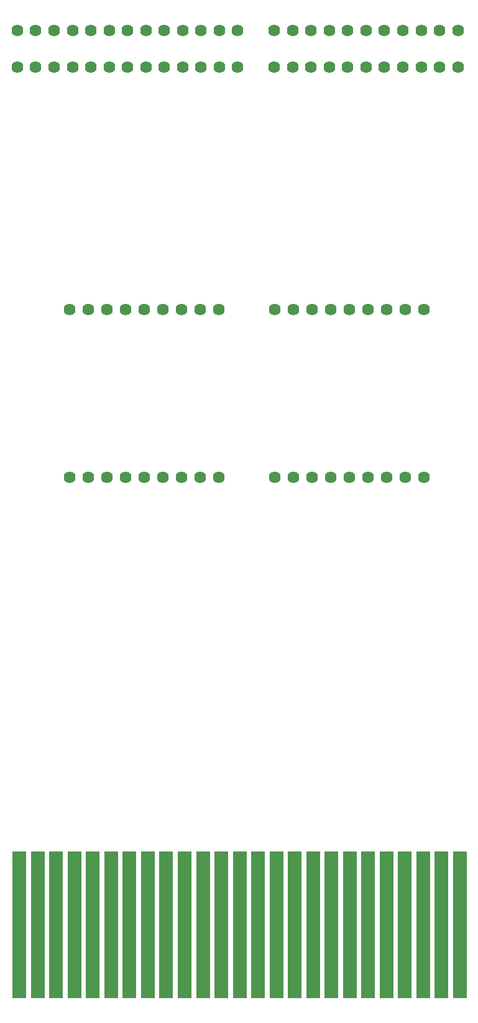
<source format=gbr>
%TF.GenerationSoftware,KiCad,Pcbnew,5.1.6*%
%TF.CreationDate,2020-09-02T19:31:06-05:00*%
%TF.ProjectId,n64_gamecat,6e36345f-6761-46d6-9563-61742e6b6963,rev?*%
%TF.SameCoordinates,Original*%
%TF.FileFunction,Soldermask,Bot*%
%TF.FilePolarity,Negative*%
%FSLAX46Y46*%
G04 Gerber Fmt 4.6, Leading zero omitted, Abs format (unit mm)*
G04 Created by KiCad (PCBNEW 5.1.6) date 2020-09-02 19:31:06*
%MOMM*%
%LPD*%
G01*
G04 APERTURE LIST*
%ADD10C,1.624000*%
%ADD11R,1.900000X20.100000*%
G04 APERTURE END LIST*
D10*
%TO.C,REF\u002A\u002A*%
X109740000Y-45760000D03*
X109740000Y-50760000D03*
X112240000Y-45760000D03*
X114740000Y-45760000D03*
X117240000Y-45760000D03*
X119740000Y-45760000D03*
X122240000Y-45760000D03*
X124740000Y-45760000D03*
X127240000Y-45760000D03*
X129740000Y-45760000D03*
X132240000Y-45760000D03*
X134740000Y-45760000D03*
X137240000Y-45760000D03*
X139740000Y-45760000D03*
X144740000Y-45760000D03*
X147240000Y-45760000D03*
X149740000Y-45760000D03*
X152240000Y-45760000D03*
X154740000Y-45760000D03*
X157240000Y-45760000D03*
X159740000Y-45760000D03*
X162240000Y-45760000D03*
X164740000Y-45760000D03*
X167240000Y-45760000D03*
X169740000Y-45760000D03*
X169740000Y-50760000D03*
X167240000Y-50760000D03*
X164740000Y-50760000D03*
X162240000Y-50760000D03*
X159740000Y-50760000D03*
X157240000Y-50760000D03*
X154740000Y-50760000D03*
X152240000Y-50760000D03*
X149740000Y-50760000D03*
X147240000Y-50760000D03*
X144740000Y-50760000D03*
X139740000Y-50760000D03*
X137240000Y-50760000D03*
X137240000Y-50760000D03*
X134740000Y-50760000D03*
X132240000Y-50760000D03*
X129740000Y-50760000D03*
X127240000Y-50760000D03*
X124740000Y-50760000D03*
X122240000Y-50760000D03*
X119740000Y-50760000D03*
X117240000Y-50760000D03*
X114740000Y-50760000D03*
X112240000Y-50760000D03*
%TD*%
D11*
%TO.C,REF\u002A\u002A*%
X110020000Y-167640000D03*
X112520000Y-167640000D03*
X115020000Y-167640000D03*
X117520000Y-167640000D03*
X120020000Y-167640000D03*
X122520000Y-167640000D03*
X125020000Y-167640000D03*
X127520000Y-167640000D03*
X130020000Y-167640000D03*
X132520000Y-167640000D03*
X135020000Y-167640000D03*
X137520000Y-167640000D03*
X140020000Y-167640000D03*
X142520000Y-167640000D03*
X145020000Y-167640000D03*
X147520000Y-167640000D03*
X150020000Y-167640000D03*
X152520000Y-167640000D03*
X155020000Y-167640000D03*
X157520000Y-167640000D03*
X160020000Y-167640000D03*
X162520000Y-167640000D03*
X165020000Y-167640000D03*
X167520000Y-167640000D03*
X170020000Y-167640000D03*
%TD*%
D10*
%TO.C,REF\u002A\u002A*%
X116840000Y-106680000D03*
X119380000Y-106680000D03*
X121920000Y-106680000D03*
X124460000Y-106680000D03*
X127000000Y-106680000D03*
X129540000Y-106680000D03*
X132080000Y-106680000D03*
X134620000Y-106680000D03*
X137160000Y-106680000D03*
X144780000Y-106680000D03*
X147320000Y-106680000D03*
X149860000Y-106680000D03*
X152400000Y-106680000D03*
X154940000Y-106680000D03*
X157480000Y-106680000D03*
X160020000Y-106680000D03*
X162560000Y-106680000D03*
X165100000Y-106680000D03*
X116840000Y-83820000D03*
X119380000Y-83820000D03*
X121920000Y-83820000D03*
X124460000Y-83820000D03*
X127000000Y-83820000D03*
X129540000Y-83820000D03*
X132080000Y-83820000D03*
X134620000Y-83820000D03*
X137160000Y-83820000D03*
X144780000Y-83820000D03*
X147320000Y-83820000D03*
X149860000Y-83820000D03*
X152400000Y-83820000D03*
X154940000Y-83820000D03*
X157480000Y-83820000D03*
X160020000Y-83820000D03*
X162560000Y-83820000D03*
X165100000Y-83820000D03*
%TD*%
M02*

</source>
